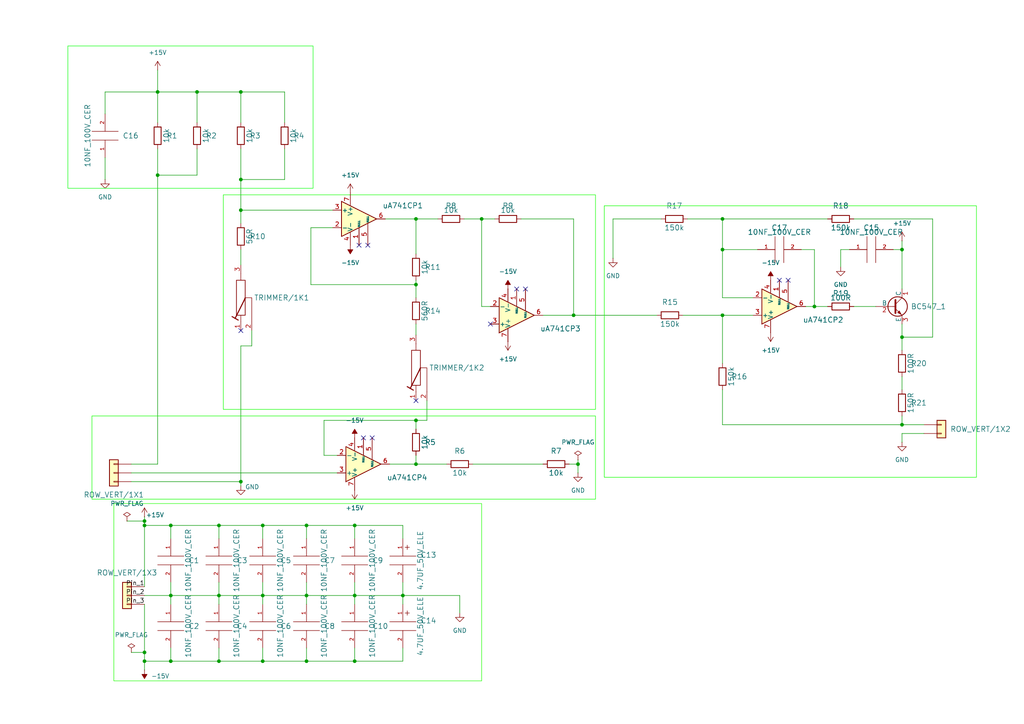
<source format=kicad_sch>
(kicad_sch (version 20250114) (generator "eeschema") (generator_version "9.0")
  (paper "A4")
  (lib_symbols
    (symbol "VAMK_ANA:BC547_TO92_0.1A" (pin_names (offset 0))
      (property "Reference" "BC547_" (at 17.78 5.08 0))
      (symbol "BC547_TO92_0.1A_1_1"
        (polyline (pts (xy 0 0) (xy 0.635 0)))
        (polyline (pts (xy 0.635 1.905) (xy 0.635 -1.905) (xy 0.635 -1.905)) (stroke (width 0.508)))
        (polyline (pts (xy 0.635 0.635) (xy 2.54 2.54)))
        (polyline (pts (xy 0.635 -0.635) (xy 2.54 -2.54) (xy 2.54 -2.54)))
        (circle (center 1.27 0) (radius 2.8194) (stroke (width 0.254)))
        (polyline (pts (xy 1.27 -1.778) (xy 1.778 -1.27) (xy 2.286 -2.286) (xy 1.27 -1.778) (xy 1.27 -1.778)) (fill (type outline)))
        (pin input line (at -5.08 0 0) (length 5.08) (name "B") (number "2"))
        (pin passive line (at 2.54 5.08 270) (length 2.54) (name "C") (number "1"))
        (pin passive line (at 2.54 -5.08 90) (length 2.54) (name "E") (number "3"))
      )
    )
    (symbol "VAMK_C:10NF_100V_CER" (pin_names (offset 0))
      (property "Reference" "C" (at 0 7.62 0))
      (symbol "10NF_100V_CER_1_1"
        (polyline (pts (xy -1.27 -3.81) (xy -1.27 3.81)))
        (polyline (pts (xy 1.27 -3.81) (xy 1.27 3.81)))
        (pin passive line (at -6.35 0 0) (length 5.08) (name "~") (number "1"))
        (pin passive line (at 6.35 0 180) (length 5.08) (name "~") (number "2"))
      )
    )
    (symbol "VAMK_C:4.7UF_50V_ELE" (pin_names (offset 0))
      (property "Reference" "C" (at 0 7.62 0))
      (symbol "4.7UF_50V_ELE_1_1"
        (polyline (pts (xy -3.81 1.905) (xy -3.81 0.635) (xy -3.81 1.27) (xy -4.445 1.27) (xy -3.81 1.27) (xy -3.175 1.27) (xy -3.81 1.27)))
        (polyline (pts (xy -1.27 -3.81) (xy -1.27 3.81)))
        (polyline (pts (xy 1.27 -3.81) (xy 1.27 3.81)))
        (pin passive line (at -6.35 0 0) (length 5.08) (name "~") (number "1"))
        (pin passive line (at 6.35 0 180) (length 5.08) (name "~") (number "2"))
      )
    )
    (symbol "VAMK_CON:ROW_VERT_1X2" (pin_numbers (hide yes)) (pin_names (offset 0) (hide yes))
      (property "Reference" "ROW_VERT/1X2" (at 15.24 5.08 0))
      (symbol "ROW_VERT_1X2_1_1"
        (rectangle (start -1.27 1.27) (end 1.27 -3.81) (stroke (width 0.254)) (fill (type background)))
        (rectangle (start -1.27 0.127) (end 0 -0.127) (stroke (width 0.1524)))
        (rectangle (start -1.27 -2.413) (end 0 -2.667) (stroke (width 0.1524)))
        (pin passive line (at -5.08 0 0) (length 3.81) (name "Pin_1") (number "1"))
        (pin passive line (at -5.08 -2.54 0) (length 3.81) (name "Pin_2") (number "2"))
      )
    )
    (symbol "VAMK_CON:ROW_VERT_1X3" (pin_numbers (hide yes)) (pin_names (offset 0) (hide yes))
      (property "Reference" "ROW_VERT/1X3" (at 12.7 5.08 0))
      (symbol "ROW_VERT_1X3_1_1"
        (rectangle (start -1.27 3.81) (end 1.27 -3.81) (stroke (width 0.254)) (fill (type background)))
        (rectangle (start -1.27 2.667) (end 0 2.413) (stroke (width 0.1524)))
        (rectangle (start -1.27 0.127) (end 0 -0.127) (stroke (width 0.1524)))
        (rectangle (start -1.27 -2.413) (end 0 -2.667) (stroke (width 0.1524)))
        (pin passive line (at -5.08 2.54 0) (length 3.81) (name "Pin_1") (number "1"))
        (pin passive line (at -5.08 0 0) (length 3.81) (name "Pin_2") (number "2"))
        (pin passive line (at -5.08 -2.54 0) (length 3.81) (name "Pin_3") (number "3"))
      )
    )
    (symbol "VAMK_IC:uA741CP_DIL8" (pin_names (offset 0.1016))
      (property "Reference" "uA741CP" (at 22.86 7.62 0))
      (symbol "uA741CP_DIL8_1_1"
        (polyline (pts (xy -5.08 5.08) (xy 5.08 0) (xy -5.08 -5.08) (xy -5.08 5.08)) (stroke (width 0.254)) (fill (type background)))
        (pin input line (at -7.62 2.54 0) (length 2.54) (name "+") (number "3"))
        (pin input line (at -7.62 -2.54 0) (length 2.54) (name "-") (number "2"))
        (pin power_in line (at -2.54 7.62 270) (length 3.81) (name "V+") (number "7"))
        (pin power_in line (at -2.54 -7.62 90) (length 3.81) (name "V-") (number "4"))
        (pin no_connect line (at 0 2.54 270) (length 2.54) (hide yes) (name "NC") (number "8"))
        (pin input line (at 0 -7.62 90) (length 5.08) (name "NULL") (number "1"))
        (pin input line (at 2.54 -7.62 90) (length 6.35) (name "NULL") (number "5"))
        (pin output line (at 7.62 0 180) (length 2.54) (name "~") (number "6"))
      )
    )
    (symbol "VAMK_MISC:TRIMMER_1K" (pin_names (offset 0) (hide yes))
      (property "Reference" "TRIMMER/1K" (at 0 7.62 0))
      (symbol "TRIMMER_1K_0_1"
        (polyline (pts (xy 0 -1.27) (xy -0.889 -0.889) (xy -0.127 -1.27)) (stroke (width 0.3048)))
      )
      (symbol "TRIMMER_1K_1_1"
        (polyline (pts (xy -6.985 0) (xy -5.08 0)))
        (polyline (pts (xy -5.969 1.651) (xy -6.477 0.762)) (stroke (width 0.3048)))
        (polyline (pts (xy -5.969 1.651) (xy -5.461 2.54)) (stroke (width 0.3048)))
        (polyline (pts (xy -5.969 1.651) (xy -0.889 -0.889)) (stroke (width 0.3048)))
        (rectangle (start -5.08 1.27) (end 5.08 -1.27) (stroke (width 0.2032)))
        (polyline (pts (xy 0 -1.27) (xy 0 -3.175) (xy -6.985 -3.175)))
        (polyline (pts (xy 5.08 0) (xy 6.985 0)))
        (pin passive line (at -9.525 0 0) (length 2.54) (name "~") (number "1"))
        (pin passive line (at -9.525 -3.175 0) (length 2.54) (name "~") (number "2"))
        (pin passive line (at 9.525 0 180) (length 2.54) (name "~") (number "3"))
      )
    )
    (symbol "VAMK_R:100R" (pin_numbers (hide yes)) (pin_names (offset 0) (hide yes))
      (property "Reference" "R" (at 0 0 0))
      (symbol "100R_1_1"
        (rectangle (start 2.54 -1.016) (end -2.54 1.016) (stroke (width 0.254)))
        (pin passive line (at -3.81 0 0) (length 1.27) (name "~") (number "1"))
        (pin passive line (at 3.81 0 180) (length 1.27) (name "~") (number "2"))
      )
    )
    (symbol "VAMK_R:10k" (pin_numbers (hide yes)) (pin_names (offset 0) (hide yes))
      (property "Reference" "R" (at 0 0 0))
      (symbol "10k_1_1"
        (rectangle (start 2.54 -1.016) (end -2.54 1.016) (stroke (width 0.254)))
        (pin passive line (at -3.81 0 0) (length 1.27) (name "~") (number "1"))
        (pin passive line (at 3.81 0 180) (length 1.27) (name "~") (number "2"))
      )
    )
    (symbol "VAMK_R:150R" (pin_numbers (hide yes)) (pin_names (offset 0) (hide yes))
      (property "Reference" "R" (at 0 0 0))
      (symbol "150R_1_1"
        (rectangle (start 2.54 -1.016) (end -2.54 1.016) (stroke (width 0.254)))
        (pin passive line (at -3.81 0 0) (length 1.27) (name "~") (number "1"))
        (pin passive line (at 3.81 0 180) (length 1.27) (name "~") (number "2"))
      )
    )
    (symbol "VAMK_R:150k" (pin_numbers (hide yes)) (pin_names (offset 0) (hide yes))
      (property "Reference" "R" (at 0 0 0))
      (symbol "150k_1_1"
        (rectangle (start 2.54 -1.016) (end -2.54 1.016) (stroke (width 0.254)))
        (pin passive line (at -3.81 0 0) (length 1.27) (name "~") (number "1"))
        (pin passive line (at 3.81 0 180) (length 1.27) (name "~") (number "2"))
      )
    )
    (symbol "VAMK_R:560R" (pin_numbers (hide yes)) (pin_names (offset 0) (hide yes))
      (property "Reference" "R" (at 0 0 0))
      (symbol "560R_1_1"
        (rectangle (start 2.54 -1.016) (end -2.54 1.016) (stroke (width 0.254)))
        (pin passive line (at -3.81 0 0) (length 1.27) (name "~") (number "1"))
        (pin passive line (at 3.81 0 180) (length 1.27) (name "~") (number "2"))
      )
    )
    (symbol "VAMK_R:56R" (pin_numbers (hide yes)) (pin_names (offset 0) (hide yes))
      (property "Reference" "R" (at 0 0 0))
      (symbol "56R_1_1"
        (rectangle (start 2.54 -1.016) (end -2.54 1.016) (stroke (width 0.254)))
        (pin passive line (at -3.81 0 0) (length 1.27) (name "~") (number "1"))
        (pin passive line (at 3.81 0 180) (length 1.27) (name "~") (number "2"))
      )
    )
    (symbol "power:+15V" (power) (pin_numbers (hide yes)) (pin_names (offset 0) (hide yes))
      (property "Value" "+15V" (at 0 3.556 0))
      (symbol "+15V_0_1"
        (polyline (pts (xy -0.762 1.27) (xy 0 2.54)))
        (polyline (pts (xy 0 2.54) (xy 0.762 1.27)))
        (polyline (pts (xy 0 0) (xy 0 2.54)))
      )
      (symbol "+15V_1_1"
        (pin power_in line (at 0 0 90) (length 0) (name "~") (number "1"))
      )
    )
    (symbol "power:-15V" (power) (pin_numbers (hide yes)) (pin_names (offset 0) (hide yes))
      (property "Value" "-15V" (at 0 3.556 0))
      (symbol "-15V_0_0"
        (pin power_in line (at 0 0 90) (length 0) (name "~") (number "1"))
      )
      (symbol "-15V_0_1"
        (polyline (pts (xy 0 0) (xy 0 1.27) (xy 0.762 1.27) (xy 0 2.54) (xy -0.762 1.27) (xy 0 1.27)) (fill (type outline)))
      )
    )
    (symbol "power:GND" (power) (pin_numbers (hide yes)) (pin_names (offset 0) (hide yes))
      (property "Value" "GND" (at 0 -3.81 0))
      (symbol "GND_0_1"
        (polyline (pts (xy 0 0) (xy 0 -1.27) (xy 1.27 -1.27) (xy 0 -2.54) (xy -1.27 -1.27) (xy 0 -1.27)))
      )
      (symbol "GND_1_1"
        (pin power_in line (at 0 0 270) (length 0) (name "~") (number "1"))
      )
    )
    (symbol "power:PWR_FLAG" (power) (pin_numbers (hide yes)) (pin_names (offset 0) (hide yes))
      (property "Value" "PWR_FLAG" (at 0 3.81 0))
      (symbol "PWR_FLAG_0_0"
        (pin power_out line (at 0 0 90) (length 0) (name "~") (number "1"))
      )
      (symbol "PWR_FLAG_0_1"
        (polyline (pts (xy 0 0) (xy 0 1.27) (xy -1.016 1.905) (xy 0 2.54) (xy 1.016 1.905) (xy 0 1.27)))
      )
    )
  )
  (rectangle (start 175.26 59.69) (end 283.21 138.43) (stroke (width 0) (color 19 255 4 1)))
  (rectangle (start 33.02 146.05) (end 139.7 197.485) (stroke (width 0) (color 32 255 5 1)))
  (rectangle (start 64.77 56.515) (end 172.72 118.745) (stroke (width 0) (color 19 255 4 1)))
  (rectangle (start 26.67 120.65) (end 172.72 144.78) (stroke (width 0) (color 19 255 4 1)))
  (rectangle (start 19.685 13.335) (end 90.805 54.61) (stroke (width 0) (color 14 255 17 1)))
  (junction (at 209.55 72.39))
  (junction (at 69.85 26.67))
  (junction (at 120.65 82.55))
  (junction (at 88.9 191.77))
  (junction (at 63.5 191.77))
  (junction (at 45.72 26.67))
  (junction (at 166.37 91.44))
  (junction (at 41.91 151.13))
  (junction (at 261.62 97.79))
  (junction (at 41.91 189.23))
  (junction (at 261.62 123.19))
  (junction (at 88.9 172.72))
  (junction (at 49.53 172.72))
  (junction (at 69.85 52.07))
  (junction (at 120.65 63.5))
  (junction (at 236.22 88.9))
  (junction (at 120.65 134.62))
  (junction (at 76.2 172.72))
  (junction (at 116.84 172.72))
  (junction (at 49.53 152.4))
  (junction (at 45.72 50.8))
  (junction (at 261.62 72.39))
  (junction (at 102.87 152.4))
  (junction (at 63.5 172.72))
  (junction (at 63.5 152.4))
  (junction (at 57.15 26.67))
  (junction (at 102.87 172.72))
  (junction (at 88.9 152.4))
  (junction (at 76.2 191.77))
  (junction (at 76.2 152.4))
  (junction (at 139.7 63.5))
  (junction (at 41.91 191.77))
  (junction (at 209.55 91.44))
  (junction (at 69.85 139.7))
  (junction (at 41.91 152.4))
  (junction (at 69.85 60.96))
  (junction (at 49.53 191.77))
  (junction (at 102.87 191.77))
  (junction (at 209.55 63.5))
  (junction (at 167.64 134.62))
  (junction (at 120.65 121.92))
  (no_connect (at 104.14 71.12))
  (no_connect (at 226.06 81.28))
  (no_connect (at 120.65 116.205))
  (no_connect (at 107.95 127))
  (no_connect (at 228.6 81.28))
  (no_connect (at 152.4 83.82))
  (no_connect (at 106.68 71.12))
  (no_connect (at 69.85 95.885))
  (no_connect (at 149.86 83.82))
  (no_connect (at 142.24 93.98))
  (no_connect (at 105.41 127))
  (wire (pts (xy 49.53 175.26) (xy 49.53 172.72)))
  (wire (pts (xy 218.44 86.36) (xy 209.55 86.36)))
  (wire (pts (xy 49.53 152.4) (xy 63.5 152.4)))
  (wire (pts (xy 116.84 172.72) (xy 116.84 175.26)))
  (wire (pts (xy 209.55 91.44) (xy 218.44 91.44)))
  (wire (pts (xy 82.55 52.07) (xy 82.55 43.18)))
  (wire (pts (xy 73.025 100.33) (xy 73.025 95.885)))
  (wire (pts (xy 93.98 121.92) (xy 93.98 132.08)))
  (wire (pts (xy 270.51 97.79) (xy 270.51 63.5)))
  (wire (pts (xy 166.37 63.5) (xy 166.37 91.44)))
  (wire (pts (xy 45.72 26.67) (xy 57.15 26.67)))
  (wire (pts (xy 30.48 45.72) (xy 30.48 52.07)))
  (wire (pts (xy 102.87 191.77) (xy 116.84 191.77)))
  (wire (pts (xy 120.65 132.08) (xy 120.65 134.62)))
  (wire (pts (xy 69.85 26.67) (xy 82.55 26.67)))
  (wire (pts (xy 57.15 50.8) (xy 45.72 50.8)))
  (wire (pts (xy 113.03 134.62) (xy 120.65 134.62)))
  (wire (pts (xy 209.55 123.19) (xy 209.55 113.03)))
  (wire (pts (xy 76.2 191.77) (xy 88.9 191.77)))
  (wire (pts (xy 133.35 172.72) (xy 133.35 177.8)))
  (wire (pts (xy 63.5 152.4) (xy 76.2 152.4)))
  (wire (pts (xy 69.85 100.33) (xy 73.025 100.33)))
  (wire (pts (xy 240.03 63.5) (xy 209.55 63.5)))
  (wire (pts (xy 69.85 139.7) (xy 69.85 140.97)))
  (wire (pts (xy 102.87 187.96) (xy 102.87 191.77)))
  (wire (pts (xy 41.91 191.77) (xy 49.53 191.77)))
  (wire (pts (xy 102.87 152.4) (xy 102.87 156.21)))
  (wire (pts (xy 88.9 172.72) (xy 88.9 175.26)))
  (wire (pts (xy 120.65 121.92) (xy 123.825 121.92)))
  (wire (pts (xy 198.12 91.44) (xy 209.55 91.44)))
  (wire (pts (xy 165.1 134.62) (xy 167.64 134.62)))
  (wire (pts (xy 63.5 191.77) (xy 76.2 191.77)))
  (wire (pts (xy 49.53 191.77) (xy 49.53 187.96)))
  (wire (pts (xy 120.65 93.98) (xy 120.65 97.155)))
  (wire (pts (xy 261.62 83.82) (xy 261.62 72.39)))
  (wire (pts (xy 111.76 63.5) (xy 120.65 63.5)))
  (wire (pts (xy 76.2 172.72) (xy 76.2 168.91)))
  (wire (pts (xy 116.84 191.77) (xy 116.84 187.96)))
  (wire (pts (xy 233.68 88.9) (xy 236.22 88.9)))
  (wire (pts (xy 261.62 109.22) (xy 261.62 113.03)))
  (wire (pts (xy 157.48 91.44) (xy 166.37 91.44)))
  (wire (pts (xy 209.55 86.36) (xy 209.55 72.39)))
  (wire (pts (xy 88.9 152.4) (xy 88.9 156.21)))
  (wire (pts (xy 69.85 52.07) (xy 69.85 60.96)))
  (wire (pts (xy 134.62 63.5) (xy 139.7 63.5)))
  (wire (pts (xy 76.2 175.26) (xy 76.2 172.72)))
  (wire (pts (xy 120.65 63.5) (xy 127 63.5)))
  (wire (pts (xy 261.62 97.79) (xy 270.51 97.79)))
  (wire (pts (xy 177.8 63.5) (xy 177.8 74.93)))
  (wire (pts (xy 38.1 139.7) (xy 69.85 139.7)))
  (wire (pts (xy 69.85 52.07) (xy 82.55 52.07)))
  (wire (pts (xy 45.72 50.8) (xy 45.72 134.62)))
  (wire (pts (xy 49.53 156.21) (xy 49.53 152.4)))
  (wire (pts (xy 41.91 152.4) (xy 49.53 152.4)))
  (wire (pts (xy 116.84 172.72) (xy 133.35 172.72)))
  (wire (pts (xy 261.62 93.98) (xy 261.62 97.79)))
  (wire (pts (xy 30.48 33.02) (xy 30.48 26.67)))
  (wire (pts (xy 236.22 72.39) (xy 232.41 72.39)))
  (wire (pts (xy 88.9 187.96) (xy 88.9 191.77)))
  (wire (pts (xy 261.62 123.19) (xy 209.55 123.19)))
  (wire (pts (xy 120.65 81.28) (xy 120.65 82.55)))
  (wire (pts (xy 69.85 60.96) (xy 69.85 64.77)))
  (wire (pts (xy 49.53 172.72) (xy 63.5 172.72)))
  (wire (pts (xy 90.17 82.55) (xy 90.17 66.04)))
  (wire (pts (xy 116.84 168.91) (xy 116.84 172.72)))
  (wire (pts (xy 191.77 63.5) (xy 177.8 63.5)))
  (wire (pts (xy 69.85 26.67) (xy 69.85 35.56)))
  (wire (pts (xy 243.84 77.47) (xy 243.84 72.39)))
  (wire (pts (xy 167.64 133.35) (xy 167.64 134.62)))
  (wire (pts (xy 102.87 172.72) (xy 116.84 172.72)))
  (wire (pts (xy 38.1 189.23) (xy 41.91 189.23)))
  (wire (pts (xy 76.2 156.21) (xy 76.2 152.4)))
  (wire (pts (xy 139.7 88.9) (xy 139.7 63.5)))
  (wire (pts (xy 63.5 168.91) (xy 63.5 172.72)))
  (wire (pts (xy 88.9 191.77) (xy 102.87 191.77)))
  (wire (pts (xy 38.1 134.62) (xy 45.72 134.62)))
  (wire (pts (xy 41.91 170.18) (xy 41.91 152.4)))
  (wire (pts (xy 120.65 134.62) (xy 129.54 134.62)))
  (wire (pts (xy 49.53 191.77) (xy 63.5 191.77)))
  (wire (pts (xy 63.5 152.4) (xy 63.5 156.21)))
  (wire (pts (xy 63.5 172.72) (xy 63.5 175.26)))
  (wire (pts (xy 69.85 60.96) (xy 96.52 60.96)))
  (wire (pts (xy 41.91 149.86) (xy 41.91 151.13)))
  (wire (pts (xy 120.65 82.55) (xy 120.65 86.36)))
  (wire (pts (xy 41.91 151.13) (xy 41.91 152.4)))
  (wire (pts (xy 57.15 26.67) (xy 69.85 26.67)))
  (wire (pts (xy 69.85 100.33) (xy 69.85 139.7)))
  (wire (pts (xy 167.64 134.62) (xy 167.64 137.16)))
  (wire (pts (xy 45.72 26.67) (xy 45.72 35.56)))
  (wire (pts (xy 236.22 88.9) (xy 240.03 88.9)))
  (wire (pts (xy 69.85 43.18) (xy 69.85 52.07)))
  (wire (pts (xy 63.5 172.72) (xy 76.2 172.72)))
  (wire (pts (xy 247.65 88.9) (xy 254 88.9)))
  (wire (pts (xy 142.24 88.9) (xy 139.7 88.9)))
  (wire (pts (xy 102.87 168.91) (xy 102.87 172.72)))
  (wire (pts (xy 261.62 120.65) (xy 261.62 123.19)))
  (wire (pts (xy 120.65 121.92) (xy 120.65 124.46)))
  (wire (pts (xy 120.65 82.55) (xy 90.17 82.55)))
  (wire (pts (xy 45.72 20.32) (xy 45.72 26.67)))
  (wire (pts (xy 120.65 121.92) (xy 93.98 121.92)))
  (wire (pts (xy 57.15 43.18) (xy 57.15 50.8)))
  (wire (pts (xy 88.9 168.91) (xy 88.9 172.72)))
  (wire (pts (xy 261.62 125.73) (xy 261.62 128.27)))
  (wire (pts (xy 49.53 172.72) (xy 49.53 168.91)))
  (wire (pts (xy 102.87 172.72) (xy 102.87 175.26)))
  (wire (pts (xy 261.62 123.19) (xy 267.97 123.19)))
  (wire (pts (xy 120.65 63.5) (xy 120.65 73.66)))
  (wire (pts (xy 36.83 151.13) (xy 41.91 151.13)))
  (wire (pts (xy 102.87 152.4) (xy 116.84 152.4)))
  (wire (pts (xy 261.62 69.85) (xy 261.62 72.39)))
  (wire (pts (xy 209.55 63.5) (xy 199.39 63.5)))
  (wire (pts (xy 123.825 116.205) (xy 123.825 121.92)))
  (wire (pts (xy 63.5 187.96) (xy 63.5 191.77)))
  (wire (pts (xy 137.16 134.62) (xy 157.48 134.62)))
  (wire (pts (xy 139.7 63.5) (xy 143.51 63.5)))
  (wire (pts (xy 261.62 97.79) (xy 261.62 101.6)))
  (wire (pts (xy 88.9 152.4) (xy 102.87 152.4)))
  (wire (pts (xy 76.2 172.72) (xy 88.9 172.72)))
  (wire (pts (xy 41.91 175.26) (xy 41.91 189.23)))
  (wire (pts (xy 41.91 172.72) (xy 49.53 172.72)))
  (wire (pts (xy 90.17 66.04) (xy 96.52 66.04)))
  (wire (pts (xy 209.55 105.41) (xy 209.55 91.44)))
  (wire (pts (xy 30.48 26.67) (xy 45.72 26.67)))
  (wire (pts (xy 76.2 191.77) (xy 76.2 187.96)))
  (wire (pts (xy 261.62 125.73) (xy 267.97 125.73)))
  (wire (pts (xy 270.51 63.5) (xy 247.65 63.5)))
  (wire (pts (xy 76.2 152.4) (xy 88.9 152.4)))
  (wire (pts (xy 45.72 50.8) (xy 45.72 43.18)))
  (wire (pts (xy 88.9 172.72) (xy 102.87 172.72)))
  (wire (pts (xy 38.1 137.16) (xy 97.79 137.16)))
  (wire (pts (xy 151.13 63.5) (xy 166.37 63.5)))
  (wire (pts (xy 236.22 88.9) (xy 236.22 72.39)))
  (wire (pts (xy 219.71 72.39) (xy 209.55 72.39)))
  (wire (pts (xy 209.55 72.39) (xy 209.55 63.5)))
  (wire (pts (xy 261.62 72.39) (xy 259.08 72.39)))
  (wire (pts (xy 93.98 132.08) (xy 97.79 132.08)))
  (wire (pts (xy 243.84 72.39) (xy 246.38 72.39)))
  (wire (pts (xy 69.85 72.39) (xy 69.85 76.835)))
  (wire (pts (xy 116.84 152.4) (xy 116.84 156.21)))
  (wire (pts (xy 82.55 26.67) (xy 82.55 35.56)))
  (wire (pts (xy 57.15 26.67) (xy 57.15 35.56)))
  (wire (pts (xy 41.91 191.77) (xy 41.91 194.31)))
  (wire (pts (xy 166.37 91.44) (xy 190.5 91.44)))
  (wire (pts (xy 41.91 189.23) (xy 41.91 191.77)))
  (label "Pin_1" (at 41.91 170.18 180))
  (label "Pin_3" (at 41.91 175.26 180))
  (label "Pin_2" (at 41.91 172.72 180))
  (symbol (lib_id "VAMK_R:10k") (at 120.65 128.27 90) (unit 1)
    (property "Reference" "R5" (at 123.19 128.2699 90) (effects (font (size 1.524 1.524)) (justify right)))
    (property "Value" "10k" (at 123.19 128.27 0) (effects (font (size 1.524 1.524))))
    (property "Footprint" "VAMK_R:R3_5W" (effects (hide yes)))
    (property "Datasheet" "\"\"" (effects (hide yes)))
    (property "Description" "10K/1%/0.6W" (effects (hide yes)))
    (property "Storing Location" " 1.9.1.1" (effects (hide yes)))
    (property "Tolerance" "+-1%" (effects (hide yes)))
    (property "Order Number Elfa" "60-734-23" (effects (hide yes)))
    (property "Order Number Farnell" "9463976" (effects (hide yes)))
    (property "Blank Field" "none" (effects (hide yes)))
  )
  (symbol (lib_id "VAMK_R:10k") (at 57.15 39.37 90) (unit 1)
    (property "Reference" "R2" (at 59.69 39.3699 90) (effects (font (size 1.524 1.524)) (justify right)))
    (property "Value" "10k" (at 59.69 39.37 0) (effects (font (size 1.524 1.524))))
    (property "Footprint" "VAMK_R:R3_5W" (effects (hide yes)))
    (property "Datasheet" "\"\"" (effects (hide yes)))
    (property "Description" "10K/1%/0.6W" (effects (hide yes)))
    (property "Storing Location" " 1.9.1.1" (effects (hide yes)))
    (property "Tolerance" "+-1%" (effects (hide yes)))
    (property "Order Number Elfa" "60-734-23" (effects (hide yes)))
    (property "Order Number Farnell" "9463976" (effects (hide yes)))
    (property "Blank Field" "none" (effects (hide yes)))
  )
  (symbol (lib_id "VAMK_R:10k") (at 69.85 39.37 90) (unit 1)
    (property "Reference" "R3" (at 72.39 39.3699 90) (effects (font (size 1.524 1.524)) (justify right)))
    (property "Value" "10k" (at 72.39 39.37 0) (effects (font (size 1.524 1.524))))
    (property "Footprint" "VAMK_R:R3_5W" (effects (hide yes)))
    (property "Datasheet" "\"\"" (effects (hide yes)))
    (property "Description" "10K/1%/0.6W" (effects (hide yes)))
    (property "Storing Location" " 1.9.1.1" (effects (hide yes)))
    (property "Tolerance" "+-1%" (effects (hide yes)))
    (property "Order Number Elfa" "60-734-23" (effects (hide yes)))
    (property "Order Number Farnell" "9463976" (effects (hide yes)))
    (property "Blank Field" "none" (effects (hide yes)))
  )
  (symbol (lib_id "VAMK_R:150k") (at 243.84 63.5 0) (unit 1)
    (property "Reference" "R18" (at 243.84 59.69 0) (effects (font (size 1.524 1.524))))
    (property "Value" "150k" (at 243.84 66.04 0) (effects (font (size 1.524 1.524))))
    (property "Footprint" "VAMK_R:R3_5W" (effects (hide yes)))
    (property "Datasheet" "\"\"" (effects (hide yes)))
    (property "Description" "150K/1%/0.6W" (effects (hide yes)))
    (property "Storing Location" " 1.11.2.2" (effects (hide yes)))
    (property "Tolerance" "+-1%" (effects (hide yes)))
    (property "Order Number Elfa" "60-747-44" (effects (hide yes)))
    (property "Order Number Farnell" "9464620" (effects (hide yes)))
    (property "Blank Field" "none" (effects (hide yes)))
  )
  (symbol (lib_id "VAMK_R:150k") (at 194.31 91.44 0) (unit 1)
    (property "Reference" "R15" (at 194.31 87.63 0) (effects (font (size 1.524 1.524))))
    (property "Value" "150k" (at 194.31 93.98 0) (effects (font (size 1.524 1.524))))
    (property "Footprint" "VAMK_R:R3_5W" (effects (hide yes)))
    (property "Datasheet" "\"\"" (effects (hide yes)))
    (property "Description" "150K/1%/0.6W" (effects (hide yes)))
    (property "Storing Location" " 1.11.2.2" (effects (hide yes)))
    (property "Tolerance" "+-1%" (effects (hide yes)))
    (property "Order Number Elfa" "60-747-44" (effects (hide yes)))
    (property "Order Number Farnell" "9464620" (effects (hide yes)))
    (property "Blank Field" "none" (effects (hide yes)))
  )
  (symbol (lib_id "VAMK_IC:uA741CP_DIL8") (at 104.14 63.5 0) (unit 1)
    (property "Reference" "uA741CP1" (at 116.84 59.6198 0) (effects (font (size 1.524 1.524))))
    (property "Value" "uA741CP_DIL8" (effects (hide yes)))
    (property "Footprint" "VAMK_IC:DIL8" (effects (hide yes)))
    (property "Datasheet" "\"\"" (effects (hide yes)))
    (property "Description" "Op-amp Single, general purporse" (effects (hide yes)))
    (property "Order Number Farnell" "1094414" (effects (hide yes)))
    (property "Blank Field" "none" (effects (hide yes)))
    (property "Order Number Elfa" "73-010-21" (effects (hide yes)))
  )
  (symbol (lib_id "VAMK_MISC:TRIMMER_1K") (at 120.65 106.68 90) (unit 1)
    (property "Reference" "TRIMMER/1K2" (at 124.46 106.6799 90) (effects (font (size 1.524 1.524)) (justify right)))
    (property "Value" "TRIMMER_1K" (effects (hide yes)))
    (property "Footprint" "VAMK_MISC:TRIMMER" (effects (hide yes)))
    (property "Datasheet" "\"\"" (effects (hide yes)))
    (property "Description" "Trimmer, 1k" (effects (hide yes)))
    (property "Storing Location" "4.3.1.1" (effects (hide yes)))
    (property "Order Number Farnell" "9607811" (effects (hide yes)))
  )
  (symbol (lib_id "power:-15V") (at 41.91 194.31 180) (unit 1)
    (property "Reference" "#PWR010" (effects (hide yes)))
    (property "Value" "-15V" (at 46.482 196.088 0))
    (property "Description" "Power symbol creates a global label with name \"-15V\"" (effects (hide yes)))
  )
  (symbol (lib_id "VAMK_C:10NF_100V_CER") (at 102.87 181.61 270) (unit 1)
    (property "Reference" "C10" (at 107.95 181.6099 90) (effects (font (size 1.524 1.524)) (justify left)))
    (property "Value" "10NF_100V_CER" (at 107.95 181.61 0) (effects (font (size 1.524 1.524))))
    (property "Footprint" "VAMK_C:C5_0" (effects (hide yes)))
    (property "Datasheet" "\"\"" (effects (hide yes)))
    (property "Description" "Ceramic disc capacitor" (effects (hide yes)))
    (property "Storing Location" " 2.4.1.2" (effects (hide yes)))
    (property "Prototype Name" "10n" (effects (hide yes)))
    (property "Tolerance" " +-10%" (effects (hide yes)))
    (property "Order Number Elfa" "65-735-39" (effects (hide yes)))
  )
  (symbol (lib_id "power:+15V") (at 147.32 99.06 180) (unit 1)
    (property "Reference" "#PWR018" (effects (hide yes)))
    (property "Value" "+15V" (at 147.32 104.14 0))
    (property "Description" "Power symbol creates a global label with name \"+15V\"" (effects (hide yes)))
  )
  (symbol (lib_id "VAMK_R:560R") (at 120.65 90.17 90) (unit 1)
    (property "Reference" "R14" (at 123.19 90.1699 90) (effects (font (size 1.524 1.524)) (justify right)))
    (property "Value" "560R" (at 123.19 90.17 0) (effects (font (size 1.524 1.524))))
    (property "Footprint" "VAMK_R:R3_5W" (effects (hide yes)))
    (property "Datasheet" "\"\"" (effects (hide yes)))
    (property "Description" "560R/1%/0.6W" (effects (hide yes)))
    (property "Storing Location" " 1.6.3.1" (effects (hide yes)))
    (property "Tolerance" "+-1%" (effects (hide yes)))
    (property "Order Number Elfa" "60-719-97" (effects (hide yes)))
    (property "Order Number Farnell" "9469036" (effects (hide yes)))
    (property "Blank Field" "none" (effects (hide yes)))
  )
  (symbol (lib_id "power:GND") (at 167.64 137.16 0) (unit 1)
    (property "Reference" "#PWR05" (effects (hide yes)))
    (property "Value" "GND" (at 167.64 142.24 0))
    (property "Description" "Power symbol creates a global label with name \"GND\" , ground" (effects (hide yes)))
  )
  (symbol (lib_id "power:+15V") (at 45.72 20.32 0) (unit 1)
    (property "Reference" "#PWR08" (effects (hide yes)))
    (property "Value" "+15V" (at 45.72 15.24 0))
    (property "Description" "Power symbol creates a global label with name \"+15V\"" (effects (hide yes)))
  )
  (symbol (lib_id "power:+15V") (at 261.62 69.85 0) (unit 1)
    (property "Reference" "#PWR011" (effects (hide yes)))
    (property "Value" "+15V" (at 261.62 64.77 0))
    (property "Description" "Power symbol creates a global label with name \"+15V\"" (effects (hide yes)))
  )
  (symbol (lib_id "VAMK_R:10k") (at 161.29 134.62 0) (unit 1)
    (property "Reference" "R7" (at 161.29 130.81 0) (effects (font (size 1.524 1.524))))
    (property "Value" "10k" (at 161.29 137.16 0) (effects (font (size 1.524 1.524))))
    (property "Footprint" "VAMK_R:R3_5W" (effects (hide yes)))
    (property "Datasheet" "\"\"" (effects (hide yes)))
    (property "Description" "10K/1%/0.6W" (effects (hide yes)))
    (property "Storing Location" " 1.9.1.1" (effects (hide yes)))
    (property "Tolerance" "+-1%" (effects (hide yes)))
    (property "Order Number Elfa" "60-734-23" (effects (hide yes)))
    (property "Order Number Farnell" "9463976" (effects (hide yes)))
    (property "Blank Field" "none" (effects (hide yes)))
  )
  (symbol (lib_id "power:GND") (at 243.84 77.47 0) (unit 1)
    (property "Reference" "#PWR03" (effects (hide yes)))
    (property "Value" "GND" (at 243.84 82.55 0))
    (property "Description" "Power symbol creates a global label with name \"GND\" , ground" (effects (hide yes)))
  )
  (symbol (lib_id "VAMK_C:10NF_100V_CER") (at 63.5 162.56 270) (unit 1)
    (property "Reference" "C3" (at 68.58 162.5599 90) (effects (font (size 1.524 1.524)) (justify left)))
    (property "Value" "10NF_100V_CER" (at 68.58 162.56 0) (effects (font (size 1.524 1.524))))
    (property "Footprint" "VAMK_C:C5_0" (effects (hide yes)))
    (property "Datasheet" "\"\"" (effects (hide yes)))
    (property "Description" "Ceramic disc capacitor" (effects (hide yes)))
    (property "Storing Location" " 2.4.1.2" (effects (hide yes)))
    (property "Prototype Name" "10n" (effects (hide yes)))
    (property "Tolerance" " +-10%" (effects (hide yes)))
    (property "Order Number Elfa" "65-735-39" (effects (hide yes)))
  )
  (symbol (lib_id "VAMK_C:10NF_100V_CER") (at 102.87 162.56 270) (unit 1)
    (property "Reference" "C9" (at 107.95 162.5599 90) (effects (font (size 1.524 1.524)) (justify left)))
    (property "Value" "10NF_100V_CER" (at 107.95 162.56 0) (effects (font (size 1.524 1.524))))
    (property "Footprint" "VAMK_C:C5_0" (effects (hide yes)))
    (property "Datasheet" "\"\"" (effects (hide yes)))
    (property "Description" "Ceramic disc capacitor" (effects (hide yes)))
    (property "Storing Location" " 2.4.1.2" (effects (hide yes)))
    (property "Prototype Name" "10n" (effects (hide yes)))
    (property "Tolerance" " +-10%" (effects (hide yes)))
    (property "Order Number Elfa" "65-735-39" (effects (hide yes)))
  )
  (symbol (lib_id "VAMK_C:10NF_100V_CER") (at 63.5 181.61 270) (unit 1)
    (property "Reference" "C4" (at 68.58 181.6099 90) (effects (font (size 1.524 1.524)) (justify left)))
    (property "Value" "10NF_100V_CER" (at 68.58 181.61 0) (effects (font (size 1.524 1.524))))
    (property "Footprint" "VAMK_C:C5_0" (effects (hide yes)))
    (property "Datasheet" "\"\"" (effects (hide yes)))
    (property "Description" "Ceramic disc capacitor" (effects (hide yes)))
    (property "Storing Location" " 2.4.1.2" (effects (hide yes)))
    (property "Prototype Name" "10n" (effects (hide yes)))
    (property "Tolerance" " +-10%" (effects (hide yes)))
    (property "Order Number Elfa" "65-735-39" (effects (hide yes)))
  )
  (symbol (lib_id "VAMK_R:10k") (at 45.72 39.37 90) (unit 1)
    (property "Reference" "R1" (at 48.26 39.3699 90) (effects (font (size 1.524 1.524)) (justify right)))
    (property "Value" "10k" (at 48.26 39.37 0) (effects (font (size 1.524 1.524))))
    (property "Footprint" "VAMK_R:R3_5W" (effects (hide yes)))
    (property "Datasheet" "\"\"" (effects (hide yes)))
    (property "Description" "10K/1%/0.6W" (effects (hide yes)))
    (property "Storing Location" " 1.9.1.1" (effects (hide yes)))
    (property "Tolerance" "+-1%" (effects (hide yes)))
    (property "Order Number Elfa" "60-734-23" (effects (hide yes)))
    (property "Order Number Farnell" "9463976" (effects (hide yes)))
    (property "Blank Field" "none" (effects (hide yes)))
  )
  (symbol (lib_id "VAMK_R:150R") (at 261.62 116.84 90) (unit 1)
    (property "Reference" "R21" (at 264.16 116.8399 90) (effects (font (size 1.524 1.524)) (justify right)))
    (property "Value" "150R" (at 264.16 116.84 0) (effects (font (size 1.524 1.524))))
    (property "Footprint" "VAMK_R:R3_5W" (effects (hide yes)))
    (property "Datasheet" "\"\"" (effects (hide yes)))
    (property "Description" "150R/1%/0.6W" (effects (hide yes)))
    (property "Storing Location" " 1.5.2.2" (effects (hide yes)))
    (property "Tolerance" "+-1%" (effects (hide yes)))
    (property "Order Number Elfa" "60-713-28" (effects (hide yes)))
    (property "Order Number Farnell" "9464638" (effects (hide yes)))
    (property "Blank Field" "none" (effects (hide yes)))
  )
  (symbol (lib_id "power:PWR_FLAG") (at 38.1 189.23 0) (unit 1)
    (property "Reference" "#FLG01" (effects (hide yes)))
    (property "Value" "PWR_FLAG" (at 38.1 184.15 0))
    (property "Description" "Special symbol for telling ERC where power comes from" (effects (hide yes)))
  )
  (symbol (lib_id "power:+15V") (at 102.87 142.24 180) (unit 1)
    (property "Reference" "#PWR016" (effects (hide yes)))
    (property "Value" "+15V" (at 102.87 147.32 0))
    (property "Description" "Power symbol creates a global label with name \"+15V\"" (effects (hide yes)))
  )
  (symbol (lib_id "VAMK_C:10NF_100V_CER") (at 49.53 181.61 270) (unit 1)
    (property "Reference" "C2" (at 54.61 181.6099 90) (effects (font (size 1.524 1.524)) (justify left)))
    (property "Value" "10NF_100V_CER" (at 54.61 181.61 0) (effects (font (size 1.524 1.524))))
    (property "Footprint" "VAMK_C:C5_0" (effects (hide yes)))
    (property "Datasheet" "\"\"" (effects (hide yes)))
    (property "Description" "Ceramic disc capacitor" (effects (hide yes)))
    (property "Storing Location" " 2.4.1.2" (effects (hide yes)))
    (property "Prototype Name" "10n" (effects (hide yes)))
    (property "Tolerance" " +-10%" (effects (hide yes)))
    (property "Order Number Elfa" "65-735-39" (effects (hide yes)))
  )
  (symbol (lib_id "VAMK_CON:ROW_VERT_1X3") (at 33.02 137.16 0) (mirror y) (unit 1)
    (property "Reference" "ROW_VERT/1X1" (at 33.02 143.51 0) (effects (font (size 1.524 1.524))))
    (property "Value" "ROW_VERT_1X3" (effects (hide yes)))
    (property "Footprint" "VAMK_CON:ROW_VERT_1x3" (effects (hide yes)))
    (property "Datasheet" "\"\"" (effects (hide yes)))
    (property "Description" "Plug, Vertical Row Header" (effects (hide yes)))
    (property "Storing Location" "3.10.1.X" (effects (hide yes)))
    (property "Order Number Elfa" "43-702-19" (effects (hide yes)))
    (property "Order Numer Farnell" "329-1807" (effects (hide yes)))
  )
  (symbol (lib_id "VAMK_C:10NF_100V_CER") (at 76.2 181.61 270) (unit 1)
    (property "Reference" "C6" (at 81.28 181.6099 90) (effects (font (size 1.524 1.524)) (justify left)))
    (property "Value" "10NF_100V_CER" (at 81.28 181.61 0) (effects (font (size 1.524 1.524))))
    (property "Footprint" "VAMK_C:C5_0" (effects (hide yes)))
    (property "Datasheet" "\"\"" (effects (hide yes)))
    (property "Description" "Ceramic disc capacitor" (effects (hide yes)))
    (property "Storing Location" " 2.4.1.2" (effects (hide yes)))
    (property "Prototype Name" "10n" (effects (hide yes)))
    (property "Tolerance" " +-10%" (effects (hide yes)))
    (property "Order Number Elfa" "65-735-39" (effects (hide yes)))
  )
  (symbol (lib_id "VAMK_ANA:BC547_TO92_0.1A") (at 259.08 88.9 0) (unit 1)
    (property "Reference" "BC547_1" (at 264.16 88.8999 0) (effects (font (size 1.524 1.524)) (justify left)))
    (property "Value" "BC547_TO92_0.1A" (effects (hide yes)))
    (property "Footprint" "VAMK_ANA:TO-92" (effects (hide yes)))
    (property "Datasheet" "\"\"" (effects (hide yes)))
    (property "Description" "AMPLIFIER NPN SILICON TRANSISTOR" (effects (hide yes)))
    (property "Storing Location" "3.2.2.1" (effects (hide yes)))
    (property "Decal" "TO-92" (effects (hide yes)))
    (property "Order Number Elfa" "71-039-22" (effects (hide yes)))
    (property "Order Number Farnell" "357054" (effects (hide yes)))
  )
  (symbol (lib_id "VAMK_IC:uA741CP_DIL8") (at 105.41 134.62 0) (mirror x) (unit 1)
    (property "Reference" "uA741CP4" (at 118.11 138.5002 0) (effects (font (size 1.524 1.524))))
    (property "Value" "uA741CP_DIL8" (effects (hide yes)))
    (property "Footprint" "VAMK_IC:DIL8" (effects (hide yes)))
    (property "Datasheet" "\"\"" (effects (hide yes)))
    (property "Description" "Op-amp Single, general purporse" (effects (hide yes)))
    (property "Order Number Farnell" "1094414" (effects (hide yes)))
    (property "Blank Field" "none" (effects (hide yes)))
    (property "Order Number Elfa" "73-010-21" (effects (hide yes)))
  )
  (symbol (lib_id "VAMK_IC:uA741CP_DIL8") (at 149.86 91.44 0) (mirror x) (unit 1)
    (property "Reference" "uA741CP3" (at 162.56 95.3202 0) (effects (font (size 1.524 1.524))))
    (property "Value" "uA741CP_DIL8" (effects (hide yes)))
    (property "Footprint" "VAMK_IC:DIL8" (effects (hide yes)))
    (property "Datasheet" "\"\"" (effects (hide yes)))
    (property "Description" "Op-amp Single, general purporse" (effects (hide yes)))
    (property "Order Number Farnell" "1094414" (effects (hide yes)))
    (property "Blank Field" "none" (effects (hide yes)))
    (property "Order Number Elfa" "73-010-21" (effects (hide yes)))
  )
  (symbol (lib_id "VAMK_R:10k") (at 82.55 39.37 90) (unit 1)
    (property "Reference" "R4" (at 85.09 39.3699 90) (effects (font (size 1.524 1.524)) (justify right)))
    (property "Value" "10k" (at 85.09 39.37 0) (effects (font (size 1.524 1.524))))
    (property "Footprint" "VAMK_R:R3_5W" (effects (hide yes)))
    (property "Datasheet" "\"\"" (effects (hide yes)))
    (property "Description" "10K/1%/0.6W" (effects (hide yes)))
    (property "Storing Location" " 1.9.1.1" (effects (hide yes)))
    (property "Tolerance" "+-1%" (effects (hide yes)))
    (property "Order Number Elfa" "60-734-23" (effects (hide yes)))
    (property "Order Number Farnell" "9463976" (effects (hide yes)))
    (property "Blank Field" "none" (effects (hide yes)))
  )
  (symbol (lib_id "VAMK_CON:ROW_VERT_1X3") (at 36.83 172.72 0) (mirror y) (unit 1)
    (property "Reference" "ROW_VERT/1X3" (at 36.83 166.116 0) (effects (font (size 1.524 1.524))))
    (property "Value" "ROW_VERT_1X3" (effects (hide yes)))
    (property "Footprint" "VAMK_CON:ROW_VERT_1x3" (effects (hide yes)))
    (property "Datasheet" "\"\"" (effects (hide yes)))
    (property "Description" "Plug, Vertical Row Header" (effects (hide yes)))
    (property "Storing Location" "3.10.1.X" (effects (hide yes)))
    (property "Order Number Elfa" "43-702-19" (effects (hide yes)))
    (property "Order Numer Farnell" "329-1807" (effects (hide yes)))
  )
  (symbol (lib_id "VAMK_C:10NF_100V_CER") (at 30.48 39.37 90) (unit 1)
    (property "Reference" "C16" (at 35.56 39.3699 90) (effects (font (size 1.524 1.524)) (justify right)))
    (property "Value" "10NF_100V_CER" (at 25.4 39.37 0) (effects (font (size 1.524 1.524))))
    (property "Footprint" "VAMK_C:C5_0" (effects (hide yes)))
    (property "Datasheet" "\"\"" (effects (hide yes)))
    (property "Description" "Ceramic disc capacitor" (effects (hide yes)))
    (property "Storing Location" " 2.4.1.2" (effects (hide yes)))
    (property "Prototype Name" "10n" (effects (hide yes)))
    (property "Tolerance" " +-10%" (effects (hide yes)))
    (property "Order Number Elfa" "65-735-39" (effects (hide yes)))
  )
  (symbol (lib_id "VAMK_C:4.7UF_50V_ELE") (at 116.84 181.61 270) (unit 1)
    (property "Reference" "C14" (at 121.92 180.0224 90) (effects (font (size 1.524 1.524)) (justify left)))
    (property "Value" "4.7UF_50V_ELE" (at 121.92 181.61 0) (effects (font (size 1.524 1.524))))
    (property "Footprint" "VAMK_C:C_P_2_0_5" (effects (hide yes)))
    (property "Datasheet" "\"\"" (effects (hide yes)))
    (property "Description" "Aluminum electrolytic capacitor" (effects (hide yes)))
    (property "Storing Location" " 2.5.4.2" (effects (hide yes)))
    (property "Prototype Name" "4.7u" (effects (hide yes)))
    (property "Tolerance" " +-20%" (effects (hide yes)))
    (property "Order Number Elfa" "67-013-46" (effects (hide yes)))
    (property "Order Number Farnell" "105865" (effects (hide yes)))
  )
  (symbol (lib_id "VAMK_R:100R") (at 261.62 105.41 90) (unit 1)
    (property "Reference" "R20" (at 264.16 105.4099 90) (effects (font (size 1.524 1.524)) (justify right)))
    (property "Value" "100R" (at 264.16 105.41 0) (effects (font (size 1.524 1.524))))
    (property "Footprint" "VAMK_R:R3_5W" (effects (hide yes)))
    (property "Datasheet" "\"\"" (effects (hide yes)))
    (property "Description" "100R/1%/0.6W" (effects (hide yes)))
    (property "Storing Location" " 1.5.1.1" (effects (hide yes)))
    (property "Tolerance" "+-1%" (effects (hide yes)))
    (property "Order Number Elfa" "60-711-46" (effects (hide yes)))
    (property "Order Number Farnell" "9463909" (effects (hide yes)))
    (property "Blank Field" "none" (effects (hide yes)))
  )
  (symbol (lib_id "VAMK_C:10NF_100V_CER") (at 88.9 181.61 270) (unit 1)
    (property "Reference" "C8" (at 93.98 181.6099 90) (effects (font (size 1.524 1.524)) (justify left)))
    (property "Value" "10NF_100V_CER" (at 93.98 181.61 0) (effects (font (size 1.524 1.524))))
    (property "Footprint" "VAMK_C:C5_0" (effects (hide yes)))
    (property "Datasheet" "\"\"" (effects (hide yes)))
    (property "Description" "Ceramic disc capacitor" (effects (hide yes)))
    (property "Storing Location" " 2.4.1.2" (effects (hide yes)))
    (property "Prototype Name" "10n" (effects (hide yes)))
    (property "Tolerance" " +-10%" (effects (hide yes)))
    (property "Order Number Elfa" "65-735-39" (effects (hide yes)))
  )
  (symbol (lib_id "power:+15V") (at 223.52 96.52 180) (unit 1)
    (property "Reference" "#PWR020" (effects (hide yes)))
    (property "Value" "+15V" (at 223.52 101.6 0))
    (property "Description" "Power symbol creates a global label with name \"+15V\"" (effects (hide yes)))
  )
  (symbol (lib_id "VAMK_C:10NF_100V_CER") (at 88.9 162.56 270) (unit 1)
    (property "Reference" "C7" (at 93.98 162.5599 90) (effects (font (size 1.524 1.524)) (justify left)))
    (property "Value" "10NF_100V_CER" (at 93.98 162.56 0) (effects (font (size 1.524 1.524))))
    (property "Footprint" "VAMK_C:C5_0" (effects (hide yes)))
    (property "Datasheet" "\"\"" (effects (hide yes)))
    (property "Description" "Ceramic disc capacitor" (effects (hide yes)))
    (property "Storing Location" " 2.4.1.2" (effects (hide yes)))
    (property "Prototype Name" "10n" (effects (hide yes)))
    (property "Tolerance" " +-10%" (effects (hide yes)))
    (property "Order Number Elfa" "65-735-39" (effects (hide yes)))
  )
  (symbol (lib_id "VAMK_R:100R") (at 243.84 88.9 180) (unit 1)
    (property "Reference" "R19" (at 243.84 85.09 0) (effects (font (size 1.524 1.524))))
    (property "Value" "100R" (at 243.84 86.36 0) (effects (font (size 1.524 1.524))))
    (property "Footprint" "VAMK_R:R3_5W" (effects (hide yes)))
    (property "Datasheet" "\"\"" (effects (hide yes)))
    (property "Description" "100R/1%/0.6W" (effects (hide yes)))
    (property "Storing Location" " 1.5.1.1" (effects (hide yes)))
    (property "Tolerance" "+-1%" (effects (hide yes)))
    (property "Order Number Elfa" "60-711-46" (effects (hide yes)))
    (property "Order Number Farnell" "9463909" (effects (hide yes)))
    (property "Blank Field" "none" (effects (hide yes)))
  )
  (symbol (lib_id "VAMK_IC:uA741CP_DIL8") (at 226.06 88.9 0) (mirror x) (unit 1)
    (property "Reference" "uA741CP2" (at 238.76 92.7802 0) (effects (font (size 1.524 1.524))))
    (property "Value" "uA741CP_DIL8" (effects (hide yes)))
    (property "Footprint" "VAMK_IC:DIL8" (effects (hide yes)))
    (property "Datasheet" "\"\"" (effects (hide yes)))
    (property "Description" "Op-amp Single, general purporse" (effects (hide yes)))
    (property "Order Number Farnell" "1094414" (effects (hide yes)))
    (property "Blank Field" "none" (effects (hide yes)))
    (property "Order Number Elfa" "73-010-21" (effects (hide yes)))
  )
  (symbol (lib_id "VAMK_CON:ROW_VERT_1X2") (at 273.05 123.19 0) (unit 1)
    (property "Reference" "ROW_VERT/1X2" (at 275.59 124.4599 0) (effects (font (size 1.524 1.524)) (justify left)))
    (property "Value" "ROW_VERT_1X2" (effects (hide yes)))
    (property "Footprint" "VAMK_CON:ROW_VERT_1x2" (effects (hide yes)))
    (property "Datasheet" "\"\"" (effects (hide yes)))
    (property "Description" "Plug, Vertical Row Header" (effects (hide yes)))
    (property "Storing Location" "3.10.1.X" (effects (hide yes)))
    (property "Order Number Elfa" "43-702-19" (effects (hide yes)))
    (property "Order Numer Farnell" "329-1807" (effects (hide yes)))
  )
  (symbol (lib_id "power:-15V") (at 223.52 81.28 0) (unit 1)
    (property "Reference" "#PWR014" (effects (hide yes)))
    (property "Value" "-15V" (at 223.52 76.2 0))
    (property "Description" "Power symbol creates a global label with name \"-15V\"" (effects (hide yes)))
  )
  (symbol (lib_id "power:PWR_FLAG") (at 36.83 151.13 0) (unit 1)
    (property "Reference" "#FLG04" (effects (hide yes)))
    (property "Value" "PWR_FLAG" (at 36.83 146.05 0))
    (property "Description" "Special symbol for telling ERC where power comes from" (effects (hide yes)))
  )
  (symbol (lib_id "power:-15V") (at 101.6 71.12 180) (unit 1)
    (property "Reference" "#PWR012" (effects (hide yes)))
    (property "Value" "-15V" (at 101.6 76.2 0))
    (property "Description" "Power symbol creates a global label with name \"-15V\"" (effects (hide yes)))
  )
  (symbol (lib_id "power:-15V") (at 147.32 83.82 0) (unit 1)
    (property "Reference" "#PWR013" (effects (hide yes)))
    (property "Value" "-15V" (at 147.32 78.74 0))
    (property "Description" "Power symbol creates a global label with name \"-15V\"" (effects (hide yes)))
  )
  (symbol (lib_id "power:+15V") (at 41.91 149.86 0) (unit 1)
    (property "Reference" "#PWR09" (effects (hide yes)))
    (property "Value" "+15V" (at 44.958 149.352 0))
    (property "Description" "Power symbol creates a global label with name \"+15V\"" (effects (hide yes)))
  )
  (symbol (lib_id "VAMK_C:10NF_100V_CER") (at 226.06 72.39 0) (unit 1)
    (property "Reference" "C17" (at 226.06 66.04 0) (effects (font (size 1.524 1.524))))
    (property "Value" "10NF_100V_CER" (at 226.06 67.31 0) (effects (font (size 1.524 1.524))))
    (property "Footprint" "VAMK_C:C5_0" (effects (hide yes)))
    (property "Datasheet" "\"\"" (effects (hide yes)))
    (property "Description" "Ceramic disc capacitor" (effects (hide yes)))
    (property "Storing Location" " 2.4.1.2" (effects (hide yes)))
    (property "Prototype Name" "10n" (effects (hide yes)))
    (property "Tolerance" " +-10%" (effects (hide yes)))
    (property "Order Number Elfa" "65-735-39" (effects (hide yes)))
  )
  (symbol (lib_id "VAMK_MISC:TRIMMER_1K") (at 69.85 86.36 90) (unit 1)
    (property "Reference" "TRIMMER/1K1" (at 73.66 86.3599 90) (effects (font (size 1.524 1.524)) (justify right)))
    (property "Value" "TRIMMER_1K" (effects (hide yes)))
    (property "Footprint" "VAMK_MISC:TRIMMER" (effects (hide yes)))
    (property "Datasheet" "\"\"" (effects (hide yes)))
    (property "Description" "Trimmer, 1k" (effects (hide yes)))
    (property "Storing Location" "4.3.1.1" (effects (hide yes)))
    (property "Order Number Farnell" "9607811" (effects (hide yes)))
  )
  (symbol (lib_id "power:GND") (at 30.48 52.07 0) (unit 1)
    (property "Reference" "#PWR01" (effects (hide yes)))
    (property "Value" "GND" (at 30.48 57.15 0))
    (property "Description" "Power symbol creates a global label with name \"GND\" , ground" (effects (hide yes)))
  )
  (symbol (lib_id "power:GND") (at 177.8 74.93 0) (unit 1)
    (property "Reference" "#PWR02" (effects (hide yes)))
    (property "Value" "GND" (at 177.8 80.01 0))
    (property "Description" "Power symbol creates a global label with name \"GND\" , ground" (effects (hide yes)))
  )
  (symbol (lib_id "power:GND") (at 133.35 177.8 0) (unit 1)
    (property "Reference" "#PWR07" (effects (hide yes)))
    (property "Value" "GND" (at 133.35 182.88 0))
    (property "Description" "Power symbol creates a global label with name \"GND\" , ground" (effects (hide yes)))
  )
  (symbol (lib_id "VAMK_R:150k") (at 195.58 63.5 0) (unit 1)
    (property "Reference" "R17" (at 195.58 59.69 0) (effects (font (size 1.524 1.524))))
    (property "Value" "150k" (at 195.58 66.04 0) (effects (font (size 1.524 1.524))))
    (property "Footprint" "VAMK_R:R3_5W" (effects (hide yes)))
    (property "Datasheet" "\"\"" (effects (hide yes)))
    (property "Description" "150K/1%/0.6W" (effects (hide yes)))
    (property "Storing Location" " 1.11.2.2" (effects (hide yes)))
    (property "Tolerance" "+-1%" (effects (hide yes)))
    (property "Order Number Elfa" "60-747-44" (effects (hide yes)))
    (property "Order Number Farnell" "9464620" (effects (hide yes)))
    (property "Blank Field" "none" (effects (hide yes)))
  )
  (symbol (lib_id "power:GND") (at 261.62 128.27 0) (unit 1)
    (property "Reference" "#PWR04" (effects (hide yes)))
    (property "Value" "GND" (at 261.62 133.35 0))
    (property "Description" "Power symbol creates a global label with name \"GND\" , ground" (effects (hide yes)))
  )
  (symbol (lib_id "VAMK_R:10k") (at 120.65 77.47 90) (unit 1)
    (property "Reference" "R11" (at 123.19 77.4699 90) (effects (font (size 1.524 1.524)) (justify right)))
    (property "Value" "10k" (at 123.19 77.47 0) (effects (font (size 1.524 1.524))))
    (property "Footprint" "VAMK_R:R3_5W" (effects (hide yes)))
    (property "Datasheet" "\"\"" (effects (hide yes)))
    (property "Description" "10K/1%/0.6W" (effects (hide yes)))
    (property "Storing Location" " 1.9.1.1" (effects (hide yes)))
    (property "Tolerance" "+-1%" (effects (hide yes)))
    (property "Order Number Elfa" "60-734-23" (effects (hide yes)))
    (property "Order Number Farnell" "9463976" (effects (hide yes)))
    (property "Blank Field" "none" (effects (hide yes)))
  )
  (symbol (lib_id "power:GND") (at 69.85 140.97 0) (unit 1)
    (property "Reference" "#PWR06" (effects (hide yes)))
    (property "Value" "GND" (at 73.152 141.224 0))
    (property "Description" "Power symbol creates a global label with name \"GND\" , ground" (effects (hide yes)))
  )
  (symbol (lib_id "VAMK_R:56R") (at 69.85 68.58 90) (unit 1)
    (property "Reference" "R10" (at 72.39 68.5799 90) (effects (font (size 1.524 1.524)) (justify right)))
    (property "Value" "56R" (at 72.39 68.58 0) (effects (font (size 1.524 1.524))))
    (property "Footprint" "VAMK_R:R3_5W" (effects (hide yes)))
    (property "Datasheet" "\"\"" (effects (hide yes)))
    (property "Description" "56R/1%/0.6W" (effects (hide yes)))
    (property "Storing Location" " 1.4.3.1" (effects (hide yes)))
    (property "Tolerance" "+-1%" (effects (hide yes)))
    (property "Order Number Elfa" "60-708-58" (effects (hide yes)))
    (property "Order Number Farnell" "9469087" (effects (hide yes)))
    (property "Blank Field" "none" (effects (hide yes)))
  )
  (symbol (lib_id "VAMK_R:10k") (at 133.35 134.62 0) (unit 1)
    (property "Reference" "R6" (at 133.35 130.81 0) (effects (font (size 1.524 1.524))))
    (property "Value" "10k" (at 133.35 137.16 0) (effects (font (size 1.524 1.524))))
    (property "Footprint" "VAMK_R:R3_5W" (effects (hide yes)))
    (property "Datasheet" "\"\"" (effects (hide yes)))
    (property "Description" "10K/1%/0.6W" (effects (hide yes)))
    (property "Storing Location" " 1.9.1.1" (effects (hide yes)))
    (property "Tolerance" "+-1%" (effects (hide yes)))
    (property "Order Number Elfa" "60-734-23" (effects (hide yes)))
    (property "Order Number Farnell" "9463976" (effects (hide yes)))
    (property "Blank Field" "none" (effects (hide yes)))
  )
  (symbol (lib_id "VAMK_C:4.7UF_50V_ELE") (at 116.84 162.56 270) (unit 1)
    (property "Reference" "C13" (at 121.92 160.9724 90) (effects (font (size 1.524 1.524)) (justify left)))
    (property "Value" "4.7UF_50V_ELE" (at 121.92 162.56 0) (effects (font (size 1.524 1.524))))
    (property "Footprint" "VAMK_C:C_P_2_0_5" (effects (hide yes)))
    (property "Datasheet" "\"\"" (effects (hide yes)))
    (property "Description" "Aluminum electrolytic capacitor" (effects (hide yes)))
    (property "Storing Location" " 2.5.4.2" (effects (hide yes)))
    (property "Prototype Name" "4.7u" (effects (hide yes)))
    (property "Tolerance" " +-20%" (effects (hide yes)))
    (property "Order Number Elfa" "67-013-46" (effects (hide yes)))
    (property "Order Number Farnell" "105865" (effects (hide yes)))
  )
  (symbol (lib_id "VAMK_R:10k") (at 130.81 63.5 180) (unit 1)
    (property "Reference" "R8" (at 130.81 59.69 0) (effects (font (size 1.524 1.524))))
    (property "Value" "10k" (at 130.81 60.96 0) (effects (font (size 1.524 1.524))))
    (property "Footprint" "VAMK_R:R3_5W" (effects (hide yes)))
    (property "Datasheet" "\"\"" (effects (hide yes)))
    (property "Description" "10K/1%/0.6W" (effects (hide yes)))
    (property "Storing Location" " 1.9.1.1" (effects (hide yes)))
    (property "Tolerance" "+-1%" (effects (hide yes)))
    (property "Order Number Elfa" "60-734-23" (effects (hide yes)))
    (property "Order Number Farnell" "9463976" (effects (hide yes)))
    (property "Blank Field" "none" (effects (hide yes)))
  )
  (symbol (lib_id "VAMK_C:10NF_100V_CER") (at 76.2 162.56 270) (unit 1)
    (property "Reference" "C5" (at 81.28 162.5599 90) (effects (font (size 1.524 1.524)) (justify left)))
    (property "Value" "10NF_100V_CER" (at 81.28 162.56 0) (effects (font (size 1.524 1.524))))
    (property "Footprint" "VAMK_C:C5_0" (effects (hide yes)))
    (property "Datasheet" "\"\"" (effects (hide yes)))
    (property "Description" "Ceramic disc capacitor" (effects (hide yes)))
    (property "Storing Location" " 2.4.1.2" (effects (hide yes)))
    (property "Prototype Name" "10n" (effects (hide yes)))
    (property "Tolerance" " +-10%" (effects (hide yes)))
    (property "Order Number Elfa" "65-735-39" (effects (hide yes)))
  )
  (symbol (lib_id "VAMK_C:10NF_100V_CER") (at 49.53 162.56 270) (unit 1)
    (property "Reference" "C1" (at 54.61 162.5599 90) (effects (font (size 1.524 1.524)) (justify left)))
    (property "Value" "10NF_100V_CER" (at 54.61 162.56 0) (effects (font (size 1.524 1.524))))
    (property "Footprint" "VAMK_C:C5_0" (effects (hide yes)))
    (property "Datasheet" "\"\"" (effects (hide yes)))
    (property "Description" "Ceramic disc capacitor" (effects (hide yes)))
    (property "Storing Location" " 2.4.1.2" (effects (hide yes)))
    (property "Prototype Name" "10n" (effects (hide yes)))
    (property "Tolerance" " +-10%" (effects (hide yes)))
    (property "Order Number Elfa" "65-735-39" (effects (hide yes)))
  )
  (symbol (lib_id "power:+15V") (at 101.6 55.88 0) (unit 1)
    (property "Reference" "#PWR017" (effects (hide yes)))
    (property "Value" "+15V" (at 101.6 50.8 0))
    (property "Description" "Power symbol creates a global label with name \"+15V\"" (effects (hide yes)))
  )
  (symbol (lib_id "power:-15V") (at 102.87 127 0) (unit 1)
    (property "Reference" "#PWR015" (effects (hide yes)))
    (property "Value" "-15V" (at 102.87 121.92 0))
    (property "Description" "Power symbol creates a global label with name \"-15V\"" (effects (hide yes)))
  )
  (symbol (lib_id "VAMK_R:10k") (at 147.32 63.5 180) (unit 1)
    (property "Reference" "R9" (at 147.32 59.69 0) (effects (font (size 1.524 1.524))))
    (property "Value" "10k" (at 147.32 60.96 0) (effects (font (size 1.524 1.524))))
    (property "Footprint" "VAMK_R:R3_5W" (effects (hide yes)))
    (property "Datasheet" "\"\"" (effects (hide yes)))
    (property "Description" "10K/1%/0.6W" (effects (hide yes)))
    (property "Storing Location" " 1.9.1.1" (effects (hide yes)))
    (property "Tolerance" "+-1%" (effects (hide yes)))
    (property "Order Number Elfa" "60-734-23" (effects (hide yes)))
    (property "Order Number Farnell" "9463976" (effects (hide yes)))
    (property "Blank Field" "none" (effects (hide yes)))
  )
  (symbol (lib_id "VAMK_C:10NF_100V_CER") (at 252.73 72.39 0) (unit 1)
    (property "Reference" "C15" (at 252.73 66.04 0) (effects (font (size 1.524 1.524))))
    (property "Value" "10NF_100V_CER" (at 252.73 67.31 0) (effects (font (size 1.524 1.524))))
    (property "Footprint" "VAMK_C:C5_0" (effects (hide yes)))
    (property "Datasheet" "\"\"" (effects (hide yes)))
    (property "Description" "Ceramic disc capacitor" (effects (hide yes)))
    (property "Storing Location" " 2.4.1.2" (effects (hide yes)))
    (property "Prototype Name" "10n" (effects (hide yes)))
    (property "Tolerance" " +-10%" (effects (hide yes)))
    (property "Order Number Elfa" "65-735-39" (effects (hide yes)))
  )
  (symbol (lib_id "VAMK_R:150k") (at 209.55 109.22 90) (unit 1)
    (property "Reference" "R16" (at 212.09 109.2199 90) (effects (font (size 1.524 1.524)) (justify right)))
    (property "Value" "150k" (at 212.09 109.22 0) (effects (font (size 1.524 1.524))))
    (property "Footprint" "VAMK_R:R3_5W" (effects (hide yes)))
    (property "Datasheet" "\"\"" (effects (hide yes)))
    (property "Description" "150K/1%/0.6W" (effects (hide yes)))
    (property "Storing Location" " 1.11.2.2" (effects (hide yes)))
    (property "Tolerance" "+-1%" (effects (hide yes)))
    (property "Order Number Elfa" "60-747-44" (effects (hide yes)))
    (property "Order Number Farnell" "9464620" (effects (hide yes)))
    (property "Blank Field" "none" (effects (hide yes)))
  )
  (symbol (lib_id "power:PWR_FLAG") (at 167.64 133.35 0) (unit 1)
    (property "Reference" "#FLG03" (effects (hide yes)))
    (property "Value" "PWR_FLAG" (at 167.64 128.27 0))
    (property "Description" "Special symbol for telling ERC where power comes from" (effects (hide yes)))
  )
)
</source>
